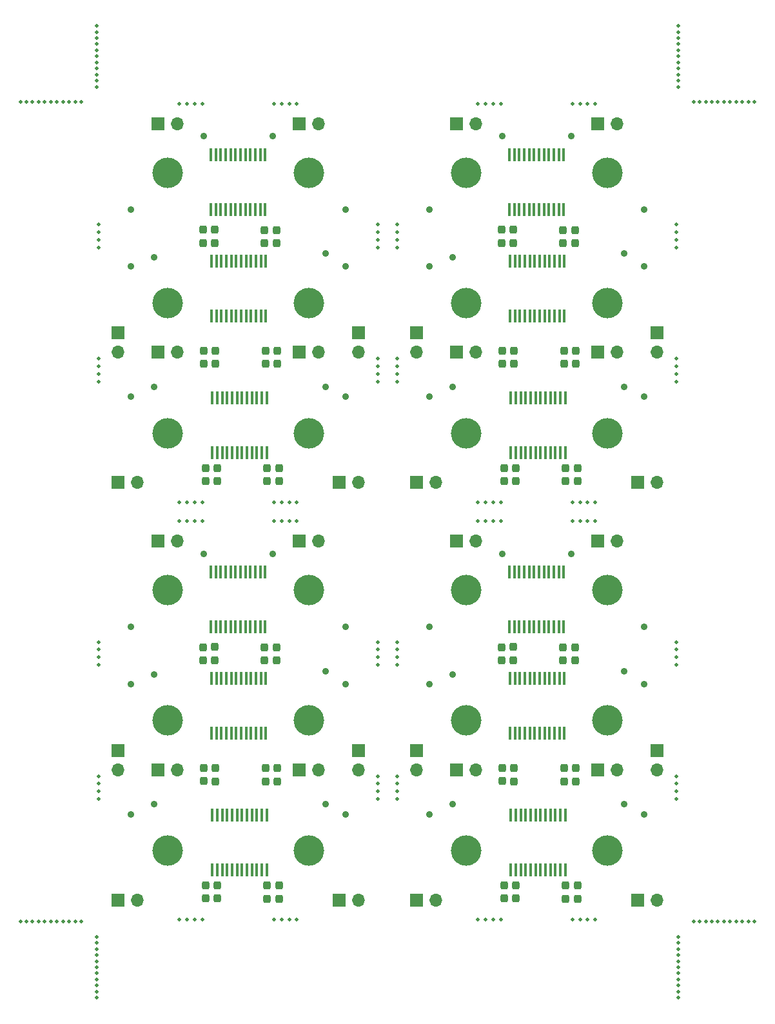
<source format=gbr>
%TF.GenerationSoftware,KiCad,Pcbnew,9.0.1*%
%TF.CreationDate,2025-06-04T09:15:00-05:00*%
%TF.ProjectId,Top_layer_Panel,546f705f-6c61-4796-9572-5f50616e656c,rev?*%
%TF.SameCoordinates,PX5fa74e0PY8cc3280*%
%TF.FileFunction,Soldermask,Bot*%
%TF.FilePolarity,Negative*%
%FSLAX46Y46*%
G04 Gerber Fmt 4.6, Leading zero omitted, Abs format (unit mm)*
G04 Created by KiCad (PCBNEW 9.0.1) date 2025-06-04 09:15:00*
%MOMM*%
%LPD*%
G01*
G04 APERTURE LIST*
G04 Aperture macros list*
%AMRoundRect*
0 Rectangle with rounded corners*
0 $1 Rounding radius*
0 $2 $3 $4 $5 $6 $7 $8 $9 X,Y pos of 4 corners*
0 Add a 4 corners polygon primitive as box body*
4,1,4,$2,$3,$4,$5,$6,$7,$8,$9,$2,$3,0*
0 Add four circle primitives for the rounded corners*
1,1,$1+$1,$2,$3*
1,1,$1+$1,$4,$5*
1,1,$1+$1,$6,$7*
1,1,$1+$1,$8,$9*
0 Add four rect primitives between the rounded corners*
20,1,$1+$1,$2,$3,$4,$5,0*
20,1,$1+$1,$4,$5,$6,$7,0*
20,1,$1+$1,$6,$7,$8,$9,0*
20,1,$1+$1,$8,$9,$2,$3,0*%
G04 Aperture macros list end*
%ADD10C,0.500000*%
%ADD11C,4.000000*%
%ADD12C,0.900000*%
%ADD13R,1.700000X1.700000*%
%ADD14O,1.700000X1.700000*%
%ADD15RoundRect,0.237500X-0.237500X0.300000X-0.237500X-0.300000X0.237500X-0.300000X0.237500X0.300000X0*%
%ADD16R,0.450000X1.750000*%
G04 APERTURE END LIST*
D10*
%TO.C,KiKit_MB_38_10*%
X7200000Y10000000D03*
%TD*%
%TO.C,KiKit_MB_3_3*%
X46950000Y99500000D03*
%TD*%
%TO.C,KiKit_MB_34_7*%
X86400000Y122800000D03*
%TD*%
%TO.C,KiKit_MB_1_4*%
X10250000Y101500000D03*
%TD*%
%TO.C,KiKit_MB_16_4*%
X72500000Y65050000D03*
%TD*%
%TO.C,KiKit_MB_6_1*%
X33300000Y117350000D03*
%TD*%
%TO.C,KiKit_MB_40_7*%
X93200000Y10000000D03*
%TD*%
%TO.C,KiKit_MB_25_1*%
X49450000Y43700000D03*
%TD*%
%TO.C,KiKit_MB_30_4*%
X75500000Y62550000D03*
%TD*%
%TO.C,KiKit_MB_7_4*%
X20900000Y65050000D03*
%TD*%
%TO.C,KiKit_MB_33_1*%
X10000000Y127600000D03*
%TD*%
%TO.C,KiKit_MB_11_3*%
X86150000Y99500000D03*
%TD*%
%TO.C,KiKit_MB_36_10*%
X86400000Y800000D03*
%TD*%
%TO.C,KiKit_MB_40_11*%
X96400000Y10000000D03*
%TD*%
%TO.C,KiKit_MB_5_3*%
X22900000Y117350000D03*
%TD*%
%TO.C,KiKit_MB_37_6*%
X4000000Y117600000D03*
%TD*%
%TO.C,KiKit_MB_4_1*%
X46950000Y83900000D03*
%TD*%
%TO.C,KiKit_MB_12_1*%
X86150000Y83900000D03*
%TD*%
%TO.C,KiKit_MB_37_3*%
X1600000Y117600000D03*
%TD*%
%TO.C,KiKit_MB_35_5*%
X10000000Y4800000D03*
%TD*%
%TO.C,KiKit_MB_35_8*%
X10000000Y2400000D03*
%TD*%
%TO.C,KiKit_MB_6_4*%
X36300000Y117350000D03*
%TD*%
%TO.C,KiKit_MB_29_2*%
X61100000Y62550000D03*
%TD*%
%TO.C,KiKit_MB_14_3*%
X74500000Y117350000D03*
%TD*%
%TO.C,KiKit_MB_12_2*%
X86150000Y82900000D03*
%TD*%
%TO.C,KiKit_MB_28_4*%
X86150000Y26100000D03*
%TD*%
%TO.C,KiKit_MB_2_4*%
X10250000Y83900000D03*
%TD*%
%TO.C,KiKit_MB_40_4*%
X90800000Y10000000D03*
%TD*%
%TO.C,KiKit_MB_29_1*%
X60100000Y62550000D03*
%TD*%
%TO.C,KiKit_MB_20_4*%
X46950000Y26100000D03*
%TD*%
%TO.C,KiKit_MB_33_9*%
X10000000Y121200000D03*
%TD*%
%TO.C,KiKit_MB_33_7*%
X10000000Y122800000D03*
%TD*%
%TO.C,KiKit_MB_22_3*%
X35300000Y62550000D03*
%TD*%
%TO.C,KiKit_MB_36_4*%
X86400000Y5600000D03*
%TD*%
%TO.C,KiKit_MB_40_10*%
X95600000Y10000000D03*
%TD*%
%TO.C,KiKit_MB_23_2*%
X22900000Y10250000D03*
%TD*%
%TO.C,KiKit_MB_17_3*%
X10250000Y45700000D03*
%TD*%
%TO.C,KiKit_MB_38_1*%
X0Y10000000D03*
%TD*%
%TO.C,KiKit_MB_3_2*%
X46950000Y100500000D03*
%TD*%
%TO.C,KiKit_MB_38_9*%
X6400000Y10000000D03*
%TD*%
%TO.C,KiKit_MB_37_7*%
X4800000Y117600000D03*
%TD*%
%TO.C,KiKit_MB_28_3*%
X86150000Y27100000D03*
%TD*%
%TO.C,KiKit_MB_7_2*%
X22900000Y65050000D03*
%TD*%
%TO.C,KiKit_MB_12_4*%
X86150000Y80900000D03*
%TD*%
%TO.C,KiKit_MB_36_8*%
X86400000Y2400000D03*
%TD*%
%TO.C,KiKit_MB_6_2*%
X34300000Y117350000D03*
%TD*%
%TO.C,KiKit_MB_39_11*%
X96400000Y117600000D03*
%TD*%
%TO.C,KiKit_MB_2_2*%
X10250000Y81900000D03*
%TD*%
%TO.C,KiKit_MB_38_8*%
X5600000Y10000000D03*
%TD*%
%TO.C,KiKit_MB_40_1*%
X88400000Y10000000D03*
%TD*%
%TO.C,KiKit_MB_39_3*%
X90000000Y117600000D03*
%TD*%
%TO.C,KiKit_MB_38_11*%
X8000000Y10000000D03*
%TD*%
%TO.C,KiKit_MB_16_3*%
X73500000Y65050000D03*
%TD*%
%TO.C,KiKit_MB_34_5*%
X86400000Y124400000D03*
%TD*%
%TO.C,KiKit_MB_35_1*%
X10000000Y8000000D03*
%TD*%
%TO.C,KiKit_MB_7_1*%
X23900000Y65050000D03*
%TD*%
%TO.C,KiKit_MB_22_2*%
X34300000Y62550000D03*
%TD*%
%TO.C,KiKit_MB_24_3*%
X34300000Y10250000D03*
%TD*%
%TO.C,KiKit_MB_20_2*%
X46950000Y28100000D03*
%TD*%
%TO.C,KiKit_MB_33_3*%
X10000000Y126000000D03*
%TD*%
%TO.C,KiKit_MB_34_4*%
X86400000Y125200000D03*
%TD*%
%TO.C,KiKit_MB_10_1*%
X49450000Y80900000D03*
%TD*%
%TO.C,KiKit_MB_19_3*%
X46950000Y44700000D03*
%TD*%
%TO.C,KiKit_MB_33_11*%
X10000000Y119600000D03*
%TD*%
%TO.C,KiKit_MB_36_3*%
X86400000Y6400000D03*
%TD*%
%TO.C,KiKit_MB_38_5*%
X3200000Y10000000D03*
%TD*%
%TO.C,KiKit_MB_18_2*%
X10250000Y27100000D03*
%TD*%
%TO.C,KiKit_MB_23_4*%
X20900000Y10250000D03*
%TD*%
%TO.C,KiKit_MB_10_2*%
X49450000Y81900000D03*
%TD*%
%TO.C,KiKit_MB_30_1*%
X72500000Y62550000D03*
%TD*%
%TO.C,KiKit_MB_19_4*%
X46950000Y43700000D03*
%TD*%
%TO.C,KiKit_MB_30_3*%
X74500000Y62550000D03*
%TD*%
%TO.C,KiKit_MB_24_1*%
X36300000Y10250000D03*
%TD*%
%TO.C,KiKit_MB_34_6*%
X86400000Y123600000D03*
%TD*%
%TO.C,KiKit_MB_21_1*%
X20900000Y62550000D03*
%TD*%
D11*
%TO.C,U1*%
X19300000Y53500000D03*
X19300000Y36400000D03*
X19300000Y19300000D03*
X37900000Y53500000D03*
X37900000Y36400000D03*
X37900000Y19300000D03*
D12*
X14500000Y48700000D03*
X24100000Y58300000D03*
X14500000Y41200000D03*
X17600000Y42400000D03*
X14500000Y24100000D03*
X17600000Y25400000D03*
X33100000Y58300000D03*
X42700000Y48700000D03*
X40100000Y42900000D03*
X42700000Y41200000D03*
X40100000Y25400000D03*
X42700000Y24100000D03*
%TD*%
D10*
%TO.C,KiKit_MB_2_3*%
X10250000Y82900000D03*
%TD*%
%TO.C,KiKit_MB_25_2*%
X49450000Y44700000D03*
%TD*%
%TO.C,KiKit_MB_27_2*%
X86150000Y45700000D03*
%TD*%
%TO.C,KiKit_MB_39_2*%
X89200000Y117600000D03*
%TD*%
%TO.C,KiKit_MB_9_1*%
X49450000Y98500000D03*
%TD*%
%TO.C,KiKit_MB_29_3*%
X62100000Y62550000D03*
%TD*%
%TO.C,KiKit_MB_27_4*%
X86150000Y43700000D03*
%TD*%
%TO.C,KiKit_MB_38_4*%
X2400000Y10000000D03*
%TD*%
%TO.C,KiKit_MB_35_11*%
X10000000Y0D03*
%TD*%
%TO.C,KiKit_MB_13_4*%
X63100000Y117350000D03*
%TD*%
%TO.C,KiKit_MB_20_3*%
X46950000Y27100000D03*
%TD*%
%TO.C,KiKit_MB_15_3*%
X61100000Y65050000D03*
%TD*%
%TO.C,KiKit_MB_12_3*%
X86150000Y81900000D03*
%TD*%
%TO.C,KiKit_MB_39_9*%
X94800000Y117600000D03*
%TD*%
%TO.C,KiKit_MB_11_4*%
X86150000Y98500000D03*
%TD*%
%TO.C,KiKit_MB_37_1*%
X0Y117600000D03*
%TD*%
%TO.C,KiKit_MB_39_7*%
X93200000Y117600000D03*
%TD*%
%TO.C,KiKit_MB_2_1*%
X10250000Y80900000D03*
%TD*%
%TO.C,KiKit_MB_21_3*%
X22900000Y62550000D03*
%TD*%
%TO.C,KiKit_MB_9_4*%
X49450000Y101500000D03*
%TD*%
%TO.C,KiKit_MB_34_11*%
X86400000Y119600000D03*
%TD*%
%TO.C,KiKit_MB_13_2*%
X61100000Y117350000D03*
%TD*%
%TO.C,KiKit_MB_19_1*%
X46950000Y46700000D03*
%TD*%
%TO.C,KiKit_MB_17_2*%
X10250000Y44700000D03*
%TD*%
%TO.C,KiKit_MB_15_1*%
X63100000Y65050000D03*
%TD*%
%TO.C,KiKit_MB_9_3*%
X49450000Y100500000D03*
%TD*%
%TO.C,KiKit_MB_22_4*%
X36300000Y62550000D03*
%TD*%
%TO.C,KiKit_MB_23_1*%
X23900000Y10250000D03*
%TD*%
%TO.C,KiKit_MB_37_5*%
X3200000Y117600000D03*
%TD*%
%TO.C,KiKit_MB_26_4*%
X49450000Y29100000D03*
%TD*%
%TO.C,KiKit_MB_5_2*%
X21900000Y117350000D03*
%TD*%
%TO.C,KiKit_MB_24_2*%
X35300000Y10250000D03*
%TD*%
%TO.C,KiKit_MB_1_2*%
X10250000Y99500000D03*
%TD*%
%TO.C,KiKit_MB_28_1*%
X86150000Y29100000D03*
%TD*%
%TO.C,KiKit_MB_20_1*%
X46950000Y29100000D03*
%TD*%
%TO.C,KiKit_MB_27_3*%
X86150000Y44700000D03*
%TD*%
%TO.C,KiKit_MB_4_2*%
X46950000Y82900000D03*
%TD*%
%TO.C,KiKit_MB_26_2*%
X49450000Y27100000D03*
%TD*%
D11*
%TO.C,U1*%
X58500000Y53500000D03*
X58500000Y36400000D03*
X58500000Y19300000D03*
X77100000Y53500000D03*
X77100000Y36400000D03*
X77100000Y19300000D03*
D12*
X53700000Y48700000D03*
X63300000Y58300000D03*
X53700000Y41200000D03*
X56800000Y42400000D03*
X53700000Y24100000D03*
X56800000Y25400000D03*
X72300000Y58300000D03*
X81900000Y48700000D03*
X79300000Y42900000D03*
X81900000Y41200000D03*
X79300000Y25400000D03*
X81900000Y24100000D03*
%TD*%
D10*
%TO.C,KiKit_MB_33_2*%
X10000000Y126800000D03*
%TD*%
%TO.C,KiKit_MB_39_4*%
X90800000Y117600000D03*
%TD*%
%TO.C,KiKit_MB_40_6*%
X92400000Y10000000D03*
%TD*%
%TO.C,KiKit_MB_39_5*%
X91600000Y117600000D03*
%TD*%
%TO.C,KiKit_MB_36_1*%
X86400000Y8000000D03*
%TD*%
D11*
%TO.C,U1*%
X19300000Y108300000D03*
X19300000Y91200000D03*
X19300000Y74100000D03*
X37900000Y108300000D03*
X37900000Y91200000D03*
X37900000Y74100000D03*
D12*
X14500000Y103500000D03*
X24100000Y113100000D03*
X14500000Y96000000D03*
X17600000Y97200000D03*
X14500000Y78900000D03*
X17600000Y80200000D03*
X33100000Y113100000D03*
X42700000Y103500000D03*
X40100000Y97700000D03*
X42700000Y96000000D03*
X40100000Y80200000D03*
X42700000Y78900000D03*
%TD*%
D10*
%TO.C,KiKit_MB_29_4*%
X63100000Y62550000D03*
%TD*%
%TO.C,KiKit_MB_34_1*%
X86400000Y127600000D03*
%TD*%
%TO.C,KiKit_MB_31_2*%
X62100000Y10250000D03*
%TD*%
%TO.C,KiKit_MB_21_2*%
X21900000Y62550000D03*
%TD*%
%TO.C,KiKit_MB_1_1*%
X10250000Y98500000D03*
%TD*%
D11*
%TO.C,U1*%
X58500000Y108300000D03*
X58500000Y91200000D03*
X58500000Y74100000D03*
X77100000Y108300000D03*
X77100000Y91200000D03*
X77100000Y74100000D03*
D12*
X53700000Y103500000D03*
X63300000Y113100000D03*
X53700000Y96000000D03*
X56800000Y97200000D03*
X53700000Y78900000D03*
X56800000Y80200000D03*
X72300000Y113100000D03*
X81900000Y103500000D03*
X79300000Y97700000D03*
X81900000Y96000000D03*
X79300000Y80200000D03*
X81900000Y78900000D03*
%TD*%
D10*
%TO.C,KiKit_MB_22_1*%
X33300000Y62550000D03*
%TD*%
%TO.C,KiKit_MB_10_4*%
X49450000Y83900000D03*
%TD*%
%TO.C,KiKit_MB_9_2*%
X49450000Y99500000D03*
%TD*%
%TO.C,KiKit_MB_24_4*%
X33300000Y10250000D03*
%TD*%
%TO.C,KiKit_MB_18_3*%
X10250000Y28100000D03*
%TD*%
%TO.C,KiKit_MB_35_10*%
X10000000Y800000D03*
%TD*%
%TO.C,KiKit_MB_36_6*%
X86400000Y4000000D03*
%TD*%
%TO.C,KiKit_MB_33_8*%
X10000000Y122000000D03*
%TD*%
%TO.C,KiKit_MB_37_8*%
X5600000Y117600000D03*
%TD*%
%TO.C,KiKit_MB_32_3*%
X73500000Y10250000D03*
%TD*%
%TO.C,KiKit_MB_35_3*%
X10000000Y6400000D03*
%TD*%
%TO.C,KiKit_MB_40_3*%
X90000000Y10000000D03*
%TD*%
%TO.C,KiKit_MB_4_4*%
X46950000Y80900000D03*
%TD*%
%TO.C,KiKit_MB_39_8*%
X94000000Y117600000D03*
%TD*%
%TO.C,KiKit_MB_35_9*%
X10000000Y1600000D03*
%TD*%
%TO.C,KiKit_MB_18_4*%
X10250000Y29100000D03*
%TD*%
%TO.C,KiKit_MB_36_7*%
X86400000Y3200000D03*
%TD*%
%TO.C,KiKit_MB_18_1*%
X10250000Y26100000D03*
%TD*%
%TO.C,KiKit_MB_37_4*%
X2400000Y117600000D03*
%TD*%
%TO.C,KiKit_MB_13_3*%
X62100000Y117350000D03*
%TD*%
%TO.C,KiKit_MB_6_3*%
X35300000Y117350000D03*
%TD*%
%TO.C,KiKit_MB_3_4*%
X46950000Y98500000D03*
%TD*%
%TO.C,KiKit_MB_8_2*%
X35300000Y65050000D03*
%TD*%
%TO.C,KiKit_MB_31_4*%
X60100000Y10250000D03*
%TD*%
%TO.C,KiKit_MB_5_1*%
X20900000Y117350000D03*
%TD*%
%TO.C,KiKit_MB_40_8*%
X94000000Y10000000D03*
%TD*%
%TO.C,KiKit_MB_32_2*%
X74500000Y10250000D03*
%TD*%
%TO.C,KiKit_MB_36_9*%
X86400000Y1600000D03*
%TD*%
%TO.C,KiKit_MB_39_10*%
X95600000Y117600000D03*
%TD*%
%TO.C,KiKit_MB_25_3*%
X49450000Y45700000D03*
%TD*%
%TO.C,KiKit_MB_8_4*%
X33300000Y65050000D03*
%TD*%
%TO.C,KiKit_MB_36_11*%
X86400000Y0D03*
%TD*%
%TO.C,KiKit_MB_10_3*%
X49450000Y82900000D03*
%TD*%
%TO.C,KiKit_MB_11_1*%
X86150000Y101500000D03*
%TD*%
%TO.C,KiKit_MB_35_6*%
X10000000Y4000000D03*
%TD*%
%TO.C,KiKit_MB_35_7*%
X10000000Y3200000D03*
%TD*%
%TO.C,KiKit_MB_34_9*%
X86400000Y121200000D03*
%TD*%
%TO.C,KiKit_MB_33_10*%
X10000000Y120400000D03*
%TD*%
%TO.C,KiKit_MB_40_5*%
X91600000Y10000000D03*
%TD*%
%TO.C,KiKit_MB_15_4*%
X60100000Y65050000D03*
%TD*%
%TO.C,KiKit_MB_34_8*%
X86400000Y122000000D03*
%TD*%
%TO.C,KiKit_MB_31_1*%
X63100000Y10250000D03*
%TD*%
%TO.C,KiKit_MB_35_2*%
X10000000Y7200000D03*
%TD*%
%TO.C,KiKit_MB_13_1*%
X60100000Y117350000D03*
%TD*%
%TO.C,KiKit_MB_26_3*%
X49450000Y28100000D03*
%TD*%
%TO.C,KiKit_MB_30_2*%
X73500000Y62550000D03*
%TD*%
%TO.C,KiKit_MB_16_2*%
X74500000Y65050000D03*
%TD*%
%TO.C,KiKit_MB_14_2*%
X73500000Y117350000D03*
%TD*%
%TO.C,KiKit_MB_31_3*%
X61100000Y10250000D03*
%TD*%
%TO.C,KiKit_MB_40_2*%
X89200000Y10000000D03*
%TD*%
%TO.C,KiKit_MB_14_4*%
X75500000Y117350000D03*
%TD*%
%TO.C,KiKit_MB_34_3*%
X86400000Y126000000D03*
%TD*%
%TO.C,KiKit_MB_27_1*%
X86150000Y46700000D03*
%TD*%
%TO.C,KiKit_MB_33_6*%
X10000000Y123600000D03*
%TD*%
%TO.C,KiKit_MB_37_2*%
X800000Y117600000D03*
%TD*%
%TO.C,KiKit_MB_33_4*%
X10000000Y125200000D03*
%TD*%
%TO.C,KiKit_MB_38_7*%
X4800000Y10000000D03*
%TD*%
%TO.C,KiKit_MB_36_2*%
X86400000Y7200000D03*
%TD*%
%TO.C,KiKit_MB_25_4*%
X49450000Y46700000D03*
%TD*%
%TO.C,KiKit_MB_26_1*%
X49450000Y26100000D03*
%TD*%
%TO.C,KiKit_MB_5_4*%
X23900000Y117350000D03*
%TD*%
%TO.C,KiKit_MB_21_4*%
X23900000Y62550000D03*
%TD*%
%TO.C,KiKit_MB_8_3*%
X34300000Y65050000D03*
%TD*%
%TO.C,KiKit_MB_17_1*%
X10250000Y43700000D03*
%TD*%
%TO.C,KiKit_MB_36_5*%
X86400000Y4800000D03*
%TD*%
%TO.C,KiKit_MB_38_6*%
X4000000Y10000000D03*
%TD*%
%TO.C,KiKit_MB_38_3*%
X1600000Y10000000D03*
%TD*%
%TO.C,KiKit_MB_38_2*%
X800000Y10000000D03*
%TD*%
%TO.C,KiKit_MB_33_5*%
X10000000Y124400000D03*
%TD*%
%TO.C,KiKit_MB_3_1*%
X46950000Y101500000D03*
%TD*%
%TO.C,KiKit_MB_11_2*%
X86150000Y100500000D03*
%TD*%
%TO.C,KiKit_MB_40_9*%
X94800000Y10000000D03*
%TD*%
%TO.C,KiKit_MB_34_10*%
X86400000Y120400000D03*
%TD*%
%TO.C,KiKit_MB_23_3*%
X21900000Y10250000D03*
%TD*%
%TO.C,KiKit_MB_8_1*%
X36300000Y65050000D03*
%TD*%
%TO.C,KiKit_MB_17_4*%
X10250000Y46700000D03*
%TD*%
%TO.C,KiKit_MB_32_1*%
X75500000Y10250000D03*
%TD*%
%TO.C,KiKit_MB_19_2*%
X46950000Y45700000D03*
%TD*%
%TO.C,KiKit_MB_37_10*%
X7200000Y117600000D03*
%TD*%
%TO.C,KiKit_MB_16_1*%
X75500000Y65050000D03*
%TD*%
%TO.C,KiKit_MB_37_11*%
X8000000Y117600000D03*
%TD*%
%TO.C,KiKit_MB_34_2*%
X86400000Y126800000D03*
%TD*%
%TO.C,KiKit_MB_7_3*%
X21900000Y65050000D03*
%TD*%
%TO.C,KiKit_MB_32_4*%
X72500000Y10250000D03*
%TD*%
%TO.C,KiKit_MB_15_2*%
X62100000Y65050000D03*
%TD*%
%TO.C,KiKit_MB_39_6*%
X92400000Y117600000D03*
%TD*%
%TO.C,KiKit_MB_14_1*%
X72500000Y117350000D03*
%TD*%
%TO.C,KiKit_MB_39_1*%
X88400000Y117600000D03*
%TD*%
%TO.C,KiKit_MB_28_2*%
X86150000Y28100000D03*
%TD*%
%TO.C,KiKit_MB_35_4*%
X10000000Y5600000D03*
%TD*%
%TO.C,KiKit_MB_1_3*%
X10250000Y100500000D03*
%TD*%
%TO.C,KiKit_MB_37_9*%
X6400000Y117600000D03*
%TD*%
%TO.C,KiKit_MB_4_3*%
X46950000Y81900000D03*
%TD*%
D13*
%TO.C,J8*%
X83570000Y32470000D03*
D14*
X83570000Y29930000D03*
%TD*%
D13*
%TO.C,J8*%
X83570000Y87270000D03*
D14*
X83570000Y84730000D03*
%TD*%
D15*
%TO.C,C9*%
X65070000Y14762500D03*
X65070000Y13037500D03*
%TD*%
%TO.C,C11*%
X73180000Y14732500D03*
X73180000Y13007500D03*
%TD*%
%TO.C,C4*%
X33726000Y30139500D03*
X33726000Y28414500D03*
%TD*%
D16*
%TO.C,U3*%
X64215000Y55900000D03*
X64865000Y55900000D03*
X65515000Y55900000D03*
X66165000Y55900000D03*
X66815000Y55900000D03*
X67465000Y55900000D03*
X68115000Y55900000D03*
X68765000Y55900000D03*
X69415000Y55900000D03*
X70065000Y55900000D03*
X70715000Y55900000D03*
X71365000Y55900000D03*
X71365000Y48700000D03*
X70715000Y48700000D03*
X70065000Y48700000D03*
X69415000Y48700000D03*
X68765000Y48700000D03*
X68115000Y48700000D03*
X67465000Y48700000D03*
X66815000Y48700000D03*
X66165000Y48700000D03*
X65515000Y48700000D03*
X64865000Y48700000D03*
X64215000Y48700000D03*
%TD*%
D13*
%TO.C,J3*%
X81035000Y12830000D03*
D14*
X83575000Y12830000D03*
%TD*%
D13*
%TO.C,J7*%
X52020000Y87270000D03*
D14*
X52020000Y84730000D03*
%TD*%
D13*
%TO.C,J3*%
X41835000Y12830000D03*
D14*
X44375000Y12830000D03*
%TD*%
D15*
%TO.C,C8*%
X71280000Y100800000D03*
X71280000Y99075000D03*
%TD*%
D13*
%TO.C,J2*%
X57230000Y114770000D03*
D14*
X59770000Y114770000D03*
%TD*%
D15*
%TO.C,C11*%
X33980000Y69532500D03*
X33980000Y67807500D03*
%TD*%
D13*
%TO.C,J6*%
X36630000Y84730000D03*
D14*
X39170000Y84730000D03*
%TD*%
D13*
%TO.C,J1*%
X52025000Y12830000D03*
D14*
X54565000Y12830000D03*
%TD*%
D15*
%TO.C,C5*%
X25550000Y100842500D03*
X25550000Y99117500D03*
%TD*%
%TO.C,C2*%
X25590000Y84940000D03*
X25590000Y83215000D03*
%TD*%
D13*
%TO.C,J4*%
X75830000Y59970000D03*
D14*
X78370000Y59970000D03*
%TD*%
D13*
%TO.C,J6*%
X75830000Y84730000D03*
D14*
X78370000Y84730000D03*
%TD*%
D15*
%TO.C,C12*%
X32380000Y14735000D03*
X32380000Y13010000D03*
%TD*%
D13*
%TO.C,J7*%
X52020000Y32470000D03*
D14*
X52020000Y29930000D03*
%TD*%
D15*
%TO.C,C7*%
X33640000Y45987500D03*
X33640000Y44262500D03*
%TD*%
%TO.C,C2*%
X64790000Y30140000D03*
X64790000Y28415000D03*
%TD*%
D16*
%TO.C,U2*%
X64415000Y24000000D03*
X65065000Y24000000D03*
X65715000Y24000000D03*
X66365000Y24000000D03*
X67015000Y24000000D03*
X67665000Y24000000D03*
X68315000Y24000000D03*
X68965000Y24000000D03*
X69615000Y24000000D03*
X70265000Y24000000D03*
X70915000Y24000000D03*
X71565000Y24000000D03*
X71565000Y16800000D03*
X70915000Y16800000D03*
X70265000Y16800000D03*
X69615000Y16800000D03*
X68965000Y16800000D03*
X68315000Y16800000D03*
X67665000Y16800000D03*
X67015000Y16800000D03*
X66365000Y16800000D03*
X65715000Y16800000D03*
X65065000Y16800000D03*
X64415000Y16800000D03*
%TD*%
D15*
%TO.C,C3*%
X71430000Y30132000D03*
X71430000Y28407000D03*
%TD*%
%TO.C,C3*%
X32230000Y84932000D03*
X32230000Y83207000D03*
%TD*%
%TO.C,C1*%
X24074000Y30159500D03*
X24074000Y28434500D03*
%TD*%
%TO.C,C2*%
X25590000Y30140000D03*
X25590000Y28415000D03*
%TD*%
D13*
%TO.C,J8*%
X44370000Y32470000D03*
D14*
X44370000Y29930000D03*
%TD*%
D16*
%TO.C,U2*%
X25215000Y24000000D03*
X25865000Y24000000D03*
X26515000Y24000000D03*
X27165000Y24000000D03*
X27815000Y24000000D03*
X28465000Y24000000D03*
X29115000Y24000000D03*
X29765000Y24000000D03*
X30415000Y24000000D03*
X31065000Y24000000D03*
X31715000Y24000000D03*
X32365000Y24000000D03*
X32365000Y16800000D03*
X31715000Y16800000D03*
X31065000Y16800000D03*
X30415000Y16800000D03*
X29765000Y16800000D03*
X29115000Y16800000D03*
X28465000Y16800000D03*
X27815000Y16800000D03*
X27165000Y16800000D03*
X26515000Y16800000D03*
X25865000Y16800000D03*
X25215000Y16800000D03*
%TD*%
D13*
%TO.C,J1*%
X12825000Y12830000D03*
D14*
X15365000Y12830000D03*
%TD*%
D13*
%TO.C,J1*%
X52025000Y67630000D03*
D14*
X54565000Y67630000D03*
%TD*%
D13*
%TO.C,J4*%
X75830000Y114770000D03*
D14*
X78370000Y114770000D03*
%TD*%
D13*
%TO.C,J2*%
X18030000Y59970000D03*
D14*
X20570000Y59970000D03*
%TD*%
D15*
%TO.C,C9*%
X25870000Y69562500D03*
X25870000Y67837500D03*
%TD*%
D13*
%TO.C,J5*%
X57230000Y29930000D03*
D14*
X59770000Y29930000D03*
%TD*%
D13*
%TO.C,J1*%
X12825000Y67630000D03*
D14*
X15365000Y67630000D03*
%TD*%
D13*
%TO.C,J2*%
X57230000Y59970000D03*
D14*
X59770000Y59970000D03*
%TD*%
D15*
%TO.C,C7*%
X33640000Y100787500D03*
X33640000Y99062500D03*
%TD*%
D13*
%TO.C,J8*%
X44370000Y87270000D03*
D14*
X44370000Y84730000D03*
%TD*%
D15*
%TO.C,C3*%
X32230000Y30132000D03*
X32230000Y28407000D03*
%TD*%
D13*
%TO.C,J3*%
X81035000Y67630000D03*
D14*
X83575000Y67630000D03*
%TD*%
D13*
%TO.C,J4*%
X36630000Y59970000D03*
D14*
X39170000Y59970000D03*
%TD*%
D15*
%TO.C,C4*%
X33726000Y84939500D03*
X33726000Y83214500D03*
%TD*%
D16*
%TO.C,U4*%
X64290000Y96700000D03*
X64940000Y96700000D03*
X65590000Y96700000D03*
X66240000Y96700000D03*
X66890000Y96700000D03*
X67540000Y96700000D03*
X68190000Y96700000D03*
X68840000Y96700000D03*
X69490000Y96700000D03*
X70140000Y96700000D03*
X70790000Y96700000D03*
X71440000Y96700000D03*
X71440000Y89500000D03*
X70790000Y89500000D03*
X70140000Y89500000D03*
X69490000Y89500000D03*
X68840000Y89500000D03*
X68190000Y89500000D03*
X67540000Y89500000D03*
X66890000Y89500000D03*
X66240000Y89500000D03*
X65590000Y89500000D03*
X64940000Y89500000D03*
X64290000Y89500000D03*
%TD*%
D15*
%TO.C,C5*%
X25550000Y46042500D03*
X25550000Y44317500D03*
%TD*%
%TO.C,C3*%
X71430000Y84932000D03*
X71430000Y83207000D03*
%TD*%
%TO.C,C6*%
X63170000Y100830000D03*
X63170000Y99105000D03*
%TD*%
D13*
%TO.C,J6*%
X36630000Y29930000D03*
D14*
X39170000Y29930000D03*
%TD*%
D16*
%TO.C,U3*%
X25015000Y55900000D03*
X25665000Y55900000D03*
X26315000Y55900000D03*
X26965000Y55900000D03*
X27615000Y55900000D03*
X28265000Y55900000D03*
X28915000Y55900000D03*
X29565000Y55900000D03*
X30215000Y55900000D03*
X30865000Y55900000D03*
X31515000Y55900000D03*
X32165000Y55900000D03*
X32165000Y48700000D03*
X31515000Y48700000D03*
X30865000Y48700000D03*
X30215000Y48700000D03*
X29565000Y48700000D03*
X28915000Y48700000D03*
X28265000Y48700000D03*
X27615000Y48700000D03*
X26965000Y48700000D03*
X26315000Y48700000D03*
X25665000Y48700000D03*
X25015000Y48700000D03*
%TD*%
D15*
%TO.C,C7*%
X72840000Y100787500D03*
X72840000Y99062500D03*
%TD*%
%TO.C,C11*%
X33980000Y14732500D03*
X33980000Y13007500D03*
%TD*%
%TO.C,C6*%
X63170000Y46030000D03*
X63170000Y44305000D03*
%TD*%
%TO.C,C12*%
X32380000Y69535000D03*
X32380000Y67810000D03*
%TD*%
%TO.C,C1*%
X63274000Y84959500D03*
X63274000Y83234500D03*
%TD*%
%TO.C,C8*%
X32080000Y100800000D03*
X32080000Y99075000D03*
%TD*%
%TO.C,C10*%
X24328000Y69560000D03*
X24328000Y67835000D03*
%TD*%
D16*
%TO.C,U2*%
X25215000Y78800000D03*
X25865000Y78800000D03*
X26515000Y78800000D03*
X27165000Y78800000D03*
X27815000Y78800000D03*
X28465000Y78800000D03*
X29115000Y78800000D03*
X29765000Y78800000D03*
X30415000Y78800000D03*
X31065000Y78800000D03*
X31715000Y78800000D03*
X32365000Y78800000D03*
X32365000Y71600000D03*
X31715000Y71600000D03*
X31065000Y71600000D03*
X30415000Y71600000D03*
X29765000Y71600000D03*
X29115000Y71600000D03*
X28465000Y71600000D03*
X27815000Y71600000D03*
X27165000Y71600000D03*
X26515000Y71600000D03*
X25865000Y71600000D03*
X25215000Y71600000D03*
%TD*%
D15*
%TO.C,C4*%
X72926000Y30139500D03*
X72926000Y28414500D03*
%TD*%
D13*
%TO.C,J5*%
X18030000Y29930000D03*
D14*
X20570000Y29930000D03*
%TD*%
D16*
%TO.C,U4*%
X25090000Y96700000D03*
X25740000Y96700000D03*
X26390000Y96700000D03*
X27040000Y96700000D03*
X27690000Y96700000D03*
X28340000Y96700000D03*
X28990000Y96700000D03*
X29640000Y96700000D03*
X30290000Y96700000D03*
X30940000Y96700000D03*
X31590000Y96700000D03*
X32240000Y96700000D03*
X32240000Y89500000D03*
X31590000Y89500000D03*
X30940000Y89500000D03*
X30290000Y89500000D03*
X29640000Y89500000D03*
X28990000Y89500000D03*
X28340000Y89500000D03*
X27690000Y89500000D03*
X27040000Y89500000D03*
X26390000Y89500000D03*
X25740000Y89500000D03*
X25090000Y89500000D03*
%TD*%
D13*
%TO.C,J4*%
X36630000Y114770000D03*
D14*
X39170000Y114770000D03*
%TD*%
D15*
%TO.C,C9*%
X25870000Y14762500D03*
X25870000Y13037500D03*
%TD*%
D13*
%TO.C,J5*%
X18030000Y84730000D03*
D14*
X20570000Y84730000D03*
%TD*%
D16*
%TO.C,U3*%
X25015000Y110700000D03*
X25665000Y110700000D03*
X26315000Y110700000D03*
X26965000Y110700000D03*
X27615000Y110700000D03*
X28265000Y110700000D03*
X28915000Y110700000D03*
X29565000Y110700000D03*
X30215000Y110700000D03*
X30865000Y110700000D03*
X31515000Y110700000D03*
X32165000Y110700000D03*
X32165000Y103500000D03*
X31515000Y103500000D03*
X30865000Y103500000D03*
X30215000Y103500000D03*
X29565000Y103500000D03*
X28915000Y103500000D03*
X28265000Y103500000D03*
X27615000Y103500000D03*
X26965000Y103500000D03*
X26315000Y103500000D03*
X25665000Y103500000D03*
X25015000Y103500000D03*
%TD*%
D15*
%TO.C,C7*%
X72840000Y45987500D03*
X72840000Y44262500D03*
%TD*%
%TO.C,C5*%
X64750000Y46042500D03*
X64750000Y44317500D03*
%TD*%
D13*
%TO.C,J7*%
X12820000Y87270000D03*
D14*
X12820000Y84730000D03*
%TD*%
D15*
%TO.C,C1*%
X63274000Y30159500D03*
X63274000Y28434500D03*
%TD*%
%TO.C,C8*%
X71280000Y46000000D03*
X71280000Y44275000D03*
%TD*%
D13*
%TO.C,J6*%
X75830000Y29930000D03*
D14*
X78370000Y29930000D03*
%TD*%
D15*
%TO.C,C4*%
X72926000Y84939500D03*
X72926000Y83214500D03*
%TD*%
%TO.C,C10*%
X63528000Y14760000D03*
X63528000Y13035000D03*
%TD*%
D13*
%TO.C,J7*%
X12820000Y32470000D03*
D14*
X12820000Y29930000D03*
%TD*%
D16*
%TO.C,U4*%
X64290000Y41900000D03*
X64940000Y41900000D03*
X65590000Y41900000D03*
X66240000Y41900000D03*
X66890000Y41900000D03*
X67540000Y41900000D03*
X68190000Y41900000D03*
X68840000Y41900000D03*
X69490000Y41900000D03*
X70140000Y41900000D03*
X70790000Y41900000D03*
X71440000Y41900000D03*
X71440000Y34700000D03*
X70790000Y34700000D03*
X70140000Y34700000D03*
X69490000Y34700000D03*
X68840000Y34700000D03*
X68190000Y34700000D03*
X67540000Y34700000D03*
X66890000Y34700000D03*
X66240000Y34700000D03*
X65590000Y34700000D03*
X64940000Y34700000D03*
X64290000Y34700000D03*
%TD*%
D15*
%TO.C,C11*%
X73180000Y69532500D03*
X73180000Y67807500D03*
%TD*%
%TO.C,C5*%
X64750000Y100842500D03*
X64750000Y99117500D03*
%TD*%
D13*
%TO.C,J5*%
X57230000Y84730000D03*
D14*
X59770000Y84730000D03*
%TD*%
D13*
%TO.C,J3*%
X41835000Y67630000D03*
D14*
X44375000Y67630000D03*
%TD*%
D15*
%TO.C,C10*%
X63528000Y69560000D03*
X63528000Y67835000D03*
%TD*%
%TO.C,C12*%
X71580000Y69535000D03*
X71580000Y67810000D03*
%TD*%
D16*
%TO.C,U3*%
X64215000Y110700000D03*
X64865000Y110700000D03*
X65515000Y110700000D03*
X66165000Y110700000D03*
X66815000Y110700000D03*
X67465000Y110700000D03*
X68115000Y110700000D03*
X68765000Y110700000D03*
X69415000Y110700000D03*
X70065000Y110700000D03*
X70715000Y110700000D03*
X71365000Y110700000D03*
X71365000Y103500000D03*
X70715000Y103500000D03*
X70065000Y103500000D03*
X69415000Y103500000D03*
X68765000Y103500000D03*
X68115000Y103500000D03*
X67465000Y103500000D03*
X66815000Y103500000D03*
X66165000Y103500000D03*
X65515000Y103500000D03*
X64865000Y103500000D03*
X64215000Y103500000D03*
%TD*%
D15*
%TO.C,C1*%
X24074000Y84959500D03*
X24074000Y83234500D03*
%TD*%
D16*
%TO.C,U4*%
X25090000Y41900000D03*
X25740000Y41900000D03*
X26390000Y41900000D03*
X27040000Y41900000D03*
X27690000Y41900000D03*
X28340000Y41900000D03*
X28990000Y41900000D03*
X29640000Y41900000D03*
X30290000Y41900000D03*
X30940000Y41900000D03*
X31590000Y41900000D03*
X32240000Y41900000D03*
X32240000Y34700000D03*
X31590000Y34700000D03*
X30940000Y34700000D03*
X30290000Y34700000D03*
X29640000Y34700000D03*
X28990000Y34700000D03*
X28340000Y34700000D03*
X27690000Y34700000D03*
X27040000Y34700000D03*
X26390000Y34700000D03*
X25740000Y34700000D03*
X25090000Y34700000D03*
%TD*%
D15*
%TO.C,C8*%
X32080000Y46000000D03*
X32080000Y44275000D03*
%TD*%
%TO.C,C12*%
X71580000Y14735000D03*
X71580000Y13010000D03*
%TD*%
%TO.C,C10*%
X24328000Y14760000D03*
X24328000Y13035000D03*
%TD*%
%TO.C,C6*%
X23970000Y100830000D03*
X23970000Y99105000D03*
%TD*%
D16*
%TO.C,U2*%
X64415000Y78800000D03*
X65065000Y78800000D03*
X65715000Y78800000D03*
X66365000Y78800000D03*
X67015000Y78800000D03*
X67665000Y78800000D03*
X68315000Y78800000D03*
X68965000Y78800000D03*
X69615000Y78800000D03*
X70265000Y78800000D03*
X70915000Y78800000D03*
X71565000Y78800000D03*
X71565000Y71600000D03*
X70915000Y71600000D03*
X70265000Y71600000D03*
X69615000Y71600000D03*
X68965000Y71600000D03*
X68315000Y71600000D03*
X67665000Y71600000D03*
X67015000Y71600000D03*
X66365000Y71600000D03*
X65715000Y71600000D03*
X65065000Y71600000D03*
X64415000Y71600000D03*
%TD*%
D15*
%TO.C,C6*%
X23970000Y46030000D03*
X23970000Y44305000D03*
%TD*%
%TO.C,C9*%
X65070000Y69562500D03*
X65070000Y67837500D03*
%TD*%
%TO.C,C2*%
X64790000Y84940000D03*
X64790000Y83215000D03*
%TD*%
D13*
%TO.C,J2*%
X18030000Y114770000D03*
D14*
X20570000Y114770000D03*
%TD*%
M02*

</source>
